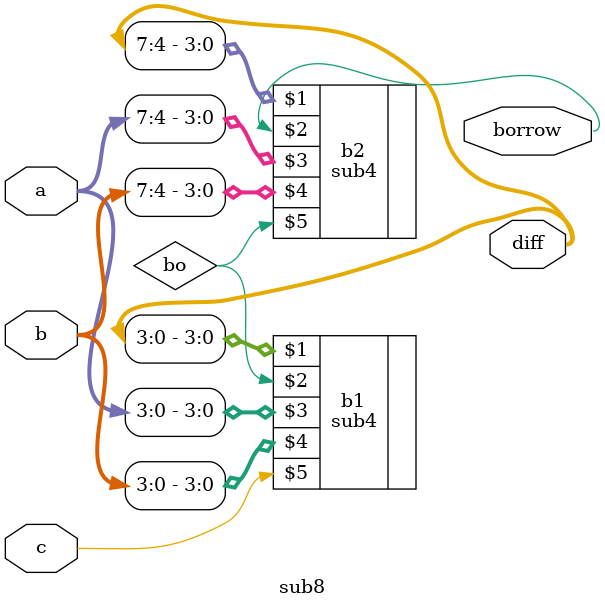
<source format=v>
`timescale 1ns / 1ps


module sub8(diff , borrow , a , b , c);
input [7:0] a,b;
input c;
output [7:0] diff;
output borrow;
wire bo;
sub4 b1(diff[3:0] , bo , a[3:0] , b[3:0] , c);
sub4 b2(diff[7:4] , borrow , a[7:4] , b[7:4] , bo);
endmodule

</source>
